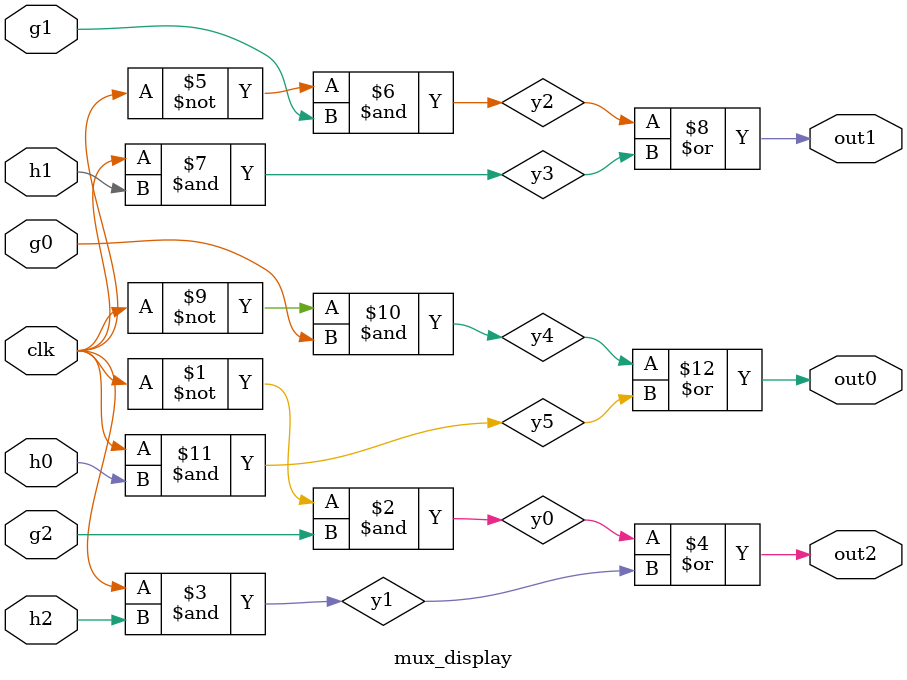
<source format=v>
module mux_display(
	input clk, g2, g1, g0, h2, h1, h0,
	output out2, out1, out0);
	
	and (y0, ~clk, g2);
	and (y1, clk, h2);
	or (out2, y0, y1);
	
	and (y2, ~clk, g1);
	and (y3, clk, h1);
	or (out1, y2, y3);
	
	and (y4, ~clk, g0);
	and (y5, clk, h0);
	or (out0, y4, y5);
	
endmodule 
</source>
